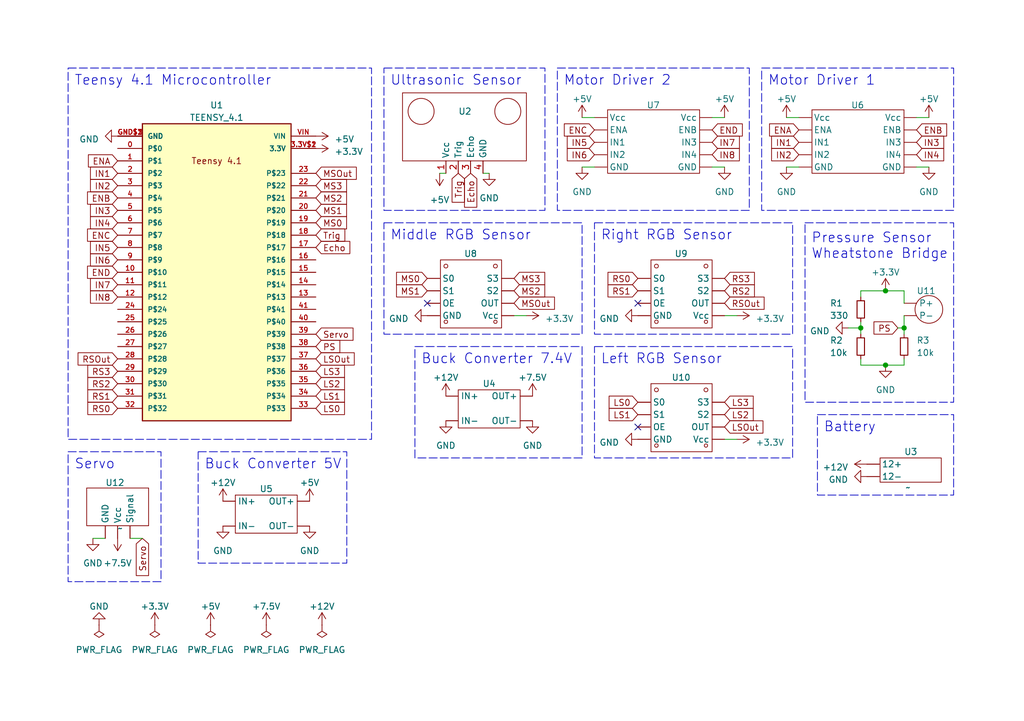
<source format=kicad_sch>
(kicad_sch (version 20230121) (generator eeschema)
  (paper "A5")
  (title_block (title "Integration Wiring Diagram") (date "2023-05-18") (rev "1.0") (company "University of Denver"))
  (lib_symbols
    (symbol "Device:R_Small" (pin_numbers hide) (pin_names (offset 0.254) hide)
      (property "Reference" "R" (at 0.762 0.508 0))
      (property "Value" "R_Small" (at 0.762 -1.016 0))
      (symbol "R_Small_0_1"
        (rectangle (start -0.762 1.778) (end 0.762 -1.778) (stroke (width 0.2032)))
      )
      (symbol "R_Small_1_1"
        (pin passive line (at 0 2.54 270) (length 0.762) (name "~") (number "1"))
        (pin passive line (at 0 -2.54 90) (length 0.762) (name "~") (number "2"))
      )
    )
    (symbol "Integration:Battery"
      (property "Reference" "U" (at 0 0 0))
      (symbol "Battery_0_1"
        (rectangle (start -6.1976 6.35) (end 6.35 1.3716))
      )
      (symbol "Battery_1_1"
        (pin input line (at -8.89 5.08 0) (length 2.54) (name "12+") (number ""))
        (pin input line (at -8.89 2.54 0) (length 2.54) (name "12-") (number ""))
      )
    )
    (symbol "Integration:Buck Converter"
      (property "Reference" "U" (at 0 -1.27 0))
      (symbol "Buck Converter_0_1"
        (rectangle (start -6.35 7.62) (end 6.35 -0.2032))
      )
      (symbol "Buck Converter_1_1"
        (pin input line (at -8.89 6.35 0) (length 2.54) (name "IN+") (number ""))
        (pin input line (at -8.89 1.27 0) (length 2.54) (name "IN-") (number ""))
        (pin input line (at 8.89 6.35 180) (length 2.54) (name "OUT+") (number ""))
        (pin input line (at 8.89 1.27 180) (length 2.54) (name "OUT-") (number ""))
      )
    )
    (symbol "Integration:Motor Driver"
      (property "Reference" "U" (at 0 -2.54 0))
      (symbol "Motor Driver_0_1"
        (rectangle (start -10.0076 11.7602) (end 8.8646 -1.27))
      )
      (symbol "Motor Driver_1_1"
        (pin input line (at -12.7 7.62 0) (length 2.54) (name "ENA") (number ""))
        (pin input line (at 11.43 7.62 180) (length 2.54) (name "ENB") (number ""))
        (pin input line (at -12.7 0 0) (length 2.54) (name "GND") (number ""))
        (pin input line (at 11.43 0 180) (length 2.54) (name "GND") (number ""))
        (pin input line (at -12.7 5.08 0) (length 2.54) (name "IN1") (number ""))
        (pin input line (at -12.7 2.54 0) (length 2.54) (name "IN2") (number ""))
        (pin input line (at 11.43 5.08 180) (length 2.54) (name "IN3") (number ""))
        (pin input line (at 11.43 2.54 180) (length 2.54) (name "IN4") (number ""))
        (pin input line (at -12.7 10.16 0) (length 2.54) (name "Vcc") (number ""))
        (pin input line (at 11.43 10.16 180) (length 2.54) (name "Vcc") (number ""))
      )
    )
    (symbol "Integration:Pressure Sensor"
      (property "Reference" "U" (at 0 8.89 0))
      (symbol "Pressure Sensor_0_1"
        (circle (center 0 5.08) (radius 2.8398))
      )
      (symbol "Pressure Sensor_1_1"
        (pin input line (at -1.27 0 90) (length 2.54) (name "P+") (number ""))
        (pin input line (at 1.27 0 90) (length 2.54) (name "P-") (number ""))
      )
    )
    (symbol "Integration:RGB"
      (property "Reference" "U" (at 0 -3.81 0))
      (property "Value" "RGB" (at 0 12.7 0))
      (symbol "RGB_0_1"
        (rectangle (start -6.1976 11.43) (end 6.35 -2.54))
        (circle (center -5.08 -1.27) (radius 0.361))
        (circle (center -5.08 10.16) (radius 0.3968))
        (circle (center 5.08 -1.27) (radius 0.3408))
        (circle (center 5.08 10.16) (radius 0.3976))
      )
      (symbol "RGB_1_1"
        (pin input line (at -8.89 0 0) (length 2.54) (name "GND") (number ""))
        (pin input line (at -8.89 2.54 0) (length 2.54) (name "OE") (number ""))
        (pin input line (at 8.89 2.54 180) (length 2.54) (name "OUT") (number ""))
        (pin input line (at -8.89 7.62 0) (length 2.54) (name "S0") (number ""))
        (pin input line (at -8.89 5.08 0) (length 2.54) (name "S1") (number ""))
        (pin input line (at 8.89 5.08 180) (length 2.54) (name "S2") (number ""))
        (pin input line (at 8.89 7.62 180) (length 2.54) (name "S3") (number ""))
        (pin input line (at 8.89 0 180) (length 2.54) (name "Vcc") (number ""))
      )
    )
    (symbol "Integration:Servo"
      (property "Reference" "U" (at 0 10.16 0))
      (symbol "Servo_0_1"
        (rectangle (start -6.35 9.0678) (end 6.35 1.3208))
      )
      (symbol "Servo_1_1"
        (pin input line (at -2.54 -1.27 90) (length 2.54) (name "GND") (number ""))
        (pin input line (at 2.54 -1.27 90) (length 2.54) (name "Signal") (number ""))
        (pin input line (at 0 -1.27 90) (length 2.54) (name "Vcc") (number ""))
      )
    )
    (symbol "Integration:Ultrasonic"
      (property "Reference" "U" (at -0.6604 -1.3716 0))
      (property "Value" "Ultrasonic" (at -0.5588 22.352 0))
      (symbol "Ultrasonic_0_1"
        (rectangle (start -12.7 20.32) (end 12.7 6.35))
        (circle (center -8.89 16.51) (radius 2.67))
        (circle (center 8.89 16.51) (radius 2.67))
      )
      (symbol "Ultrasonic_1_1"
        (pin input line (at -3.81 3.81 90) (length 2.54) (name "Vcc") (number "1"))
        (pin input line (at -1.27 3.81 90) (length 2.54) (name "Trig") (number "2"))
        (pin input line (at 1.27 3.81 90) (length 2.54) (name "Echo") (number "3"))
        (pin input line (at 3.81 3.81 90) (length 2.54) (name "GND") (number "4"))
      )
    )
    (symbol "Teensy 4.1:TEENSY_4.1" (pin_names (offset 1.016))
      (property "Reference" "U" (at 0 -63.5 0))
      (property "Value" "TEENSY_4.1" (at 0 0 0))
      (symbol "TEENSY_4.1_0_0"
        (rectangle (start 0 -60.96) (end 30.48 0) (stroke (width 0.254)) (fill (type background)))
        (text "Teensy 4.1" (at 15.24 -7.62 0) (effects (font (size 1.27 1.27))))
        (pin bidirectional line (at -5.08 -5.08 0) (length 5.08) (name "P$0") (number "0"))
        (pin bidirectional line (at -5.08 -7.62 0) (length 5.08) (name "P$1") (number "1"))
        (pin bidirectional line (at -5.08 -30.48 0) (length 5.08) (name "P$10") (number "10"))
        (pin bidirectional line (at -5.08 -33.02 0) (length 5.08) (name "P$11") (number "11"))
        (pin bidirectional line (at -5.08 -35.56 0) (length 5.08) (name "P$12") (number "12"))
        (pin bidirectional line (at 35.56 -35.56 180) (length 5.08) (name "P$13") (number "13"))
        (pin bidirectional line (at 35.56 -33.02 180) (length 5.08) (name "P$14") (number "14"))
        (pin bidirectional line (at 35.56 -30.48 180) (length 5.08) (name "P$15") (number "15"))
        (pin bidirectional line (at 35.56 -27.94 180) (length 5.08) (name "P$16") (number "16"))
        (pin bidirectional line (at 35.56 -25.4 180) (length 5.08) (name "P$17") (number "17"))
        (pin bidirectional line (at 35.56 -22.86 180) (length 5.08) (name "P$18") (number "18"))
        (pin bidirectional line (at 35.56 -20.32 180) (length 5.08) (name "P$19") (number "19"))
        (pin bidirectional line (at -5.08 -10.16 0) (length 5.08) (name "P$2") (number "2"))
        (pin bidirectional line (at 35.56 -17.78 180) (length 5.08) (name "P$20") (number "20"))
        (pin bidirectional line (at 35.56 -15.24 180) (length 5.08) (name "P$21") (number "21"))
        (pin bidirectional line (at 35.56 -12.7 180) (length 5.08) (name "P$22") (number "22"))
        (pin bidirectional line (at 35.56 -10.16 180) (length 5.08) (name "P$23") (number "23"))
        (pin bidirectional line (at -5.08 -38.1 0) (length 5.08) (name "P$24") (number "24"))
        (pin bidirectional line (at -5.08 -40.64 0) (length 5.08) (name "P$25") (number "25"))
        (pin bidirectional line (at -5.08 -43.18 0) (length 5.08) (name "P$26") (number "26"))
        (pin bidirectional line (at -5.08 -45.72 0) (length 5.08) (name "P$27") (number "27"))
        (pin bidirectional line (at -5.08 -48.26 0) (length 5.08) (name "P$28") (number "28"))
        (pin bidirectional line (at -5.08 -50.8 0) (length 5.08) (name "P$29") (number "29"))
        (pin bidirectional line (at -5.08 -12.7 0) (length 5.08) (name "P$3") (number "3"))
        (pin power_in line (at 35.56 -5.08 180) (length 5.08) (name "3.3V") (number "3.3V$1"))
        (pin power_in line (at 35.56 -5.08 180) (length 5.08) (name "3.3V") (number "3.3V$2"))
        (pin bidirectional line (at -5.08 -53.34 0) (length 5.08) (name "P$30") (number "30"))
        (pin bidirectional line (at -5.08 -55.88 0) (length 5.08) (name "P$31") (number "31"))
        (pin bidirectional line (at -5.08 -58.42 0) (length 5.08) (name "P$32") (number "32"))
        (pin bidirectional line (at 35.56 -58.42 180) (length 5.08) (name "P$33") (number "33"))
        (pin bidirectional line (at 35.56 -55.88 180) (length 5.08) (name "P$34") (number "34"))
        (pin bidirectional line (at 35.56 -53.34 180) (length 5.08) (name "P$35") (number "35"))
        (pin bidirectional line (at 35.56 -50.8 180) (length 5.08) (name "P$36") (number "36"))
        (pin bidirectional line (at 35.56 -48.26 180) (length 5.08) (name "P$37") (number "37"))
        (pin bidirectional line (at 35.56 -45.72 180) (length 5.08) (name "P$38") (number "38"))
        (pin bidirectional line (at 35.56 -43.18 180) (length 5.08) (name "P$39") (number "39"))
        (pin bidirectional line (at -5.08 -15.24 0) (length 5.08) (name "P$4") (number "4"))
        (pin bidirectional line (at 35.56 -40.64 180) (length 5.08) (name "P$40") (number "40"))
        (pin bidirectional line (at 35.56 -38.1 180) (length 5.08) (name "P$41") (number "41"))
        (pin bidirectional line (at -5.08 -17.78 0) (length 5.08) (name "P$5") (number "5"))
        (pin bidirectional line (at -5.08 -20.32 0) (length 5.08) (name "P$6") (number "6"))
        (pin bidirectional line (at -5.08 -22.86 0) (length 5.08) (name "P$7") (number "7"))
        (pin bidirectional line (at -5.08 -25.4 0) (length 5.08) (name "P$8") (number "8"))
        (pin bidirectional line (at -5.08 -27.94 0) (length 5.08) (name "P$9") (number "9"))
        (pin power_in line (at -5.08 -2.54 0) (length 5.08) (name "GND") (number "GND$1"))
        (pin power_in line (at -5.08 -2.54 0) (length 5.08) (name "GND") (number "GND$2"))
        (pin power_in line (at -5.08 -2.54 0) (length 5.08) (name "GND") (number "GND$3"))
        (pin power_in line (at 35.56 -2.54 180) (length 5.08) (name "VIN") (number "VIN"))
      )
    )
    (symbol "power:+12V" (power) (pin_names (offset 0))
      (property "Value" "+12V" (at 0 3.556 0))
      (symbol "+12V_0_1"
        (polyline (pts (xy -0.762 1.27) (xy 0 2.54)))
        (polyline (pts (xy 0 0) (xy 0 2.54)))
        (polyline (pts (xy 0 2.54) (xy 0.762 1.27)))
      )
      (symbol "+12V_1_1"
        (pin power_in line (at 0 0 90) (length 0) hide (name "+12V") (number "1"))
      )
    )
    (symbol "power:+3.3V" (power) (pin_names (offset 0))
      (property "Value" "+3.3V" (at 0 3.556 0))
      (symbol "+3.3V_0_1"
        (polyline (pts (xy -0.762 1.27) (xy 0 2.54)))
        (polyline (pts (xy 0 0) (xy 0 2.54)))
        (polyline (pts (xy 0 2.54) (xy 0.762 1.27)))
      )
      (symbol "+3.3V_1_1"
        (pin power_in line (at 0 0 90) (length 0) hide (name "+3.3V") (number "1"))
      )
    )
    (symbol "power:+5V" (power) (pin_names (offset 0))
      (property "Value" "+5V" (at 0 3.556 0))
      (symbol "+5V_0_1"
        (polyline (pts (xy -0.762 1.27) (xy 0 2.54)))
        (polyline (pts (xy 0 0) (xy 0 2.54)))
        (polyline (pts (xy 0 2.54) (xy 0.762 1.27)))
      )
      (symbol "+5V_1_1"
        (pin power_in line (at 0 0 90) (length 0) hide (name "+5V") (number "1"))
      )
    )
    (symbol "power:+7.5V" (power) (pin_names (offset 0))
      (property "Value" "+7.5V" (at 0 3.556 0))
      (symbol "+7.5V_0_1"
        (polyline (pts (xy -0.762 1.27) (xy 0 2.54)))
        (polyline (pts (xy 0 0) (xy 0 2.54)))
        (polyline (pts (xy 0 2.54) (xy 0.762 1.27)))
      )
      (symbol "+7.5V_1_1"
        (pin power_in line (at 0 0 90) (length 0) hide (name "+7.5V") (number "1"))
      )
    )
    (symbol "power:GND" (power) (pin_names (offset 0))
      (property "Value" "GND" (at 0 -3.81 0))
      (symbol "GND_0_1"
        (polyline (pts (xy 0 0) (xy 0 -1.27) (xy 1.27 -1.27) (xy 0 -2.54) (xy -1.27 -1.27) (xy 0 -1.27)))
      )
      (symbol "GND_1_1"
        (pin power_in line (at 0 0 270) (length 0) hide (name "GND") (number "1"))
      )
    )
    (symbol "power:PWR_FLAG" (power) (pin_numbers hide) (pin_names (offset 0) hide)
      (property "Value" "PWR_FLAG" (at 0 3.81 0))
      (symbol "PWR_FLAG_0_0"
        (pin power_out line (at 0 0 90) (length 0) (name "pwr") (number "1"))
      )
      (symbol "PWR_FLAG_0_1"
        (polyline (pts (xy 0 0) (xy 0 1.27) (xy -1.016 1.905) (xy 0 2.54) (xy 1.016 1.905) (xy 0 1.27)))
      )
    )
  )
  (junction (at 176.53 67.31))
  (junction (at 181.61 74.93))
  (junction (at 181.61 59.69))
  (junction (at 185.42 67.31))
  (no_connect (at 87.63 62.23))
  (no_connect (at 130.81 62.23))
  (no_connect (at 130.81 87.63))
  (wire (pts (xy 151.13 64.77) (xy 148.59 64.77)))
  (wire (pts (xy 176.53 59.69) (xy 181.61 59.69)))
  (wire (pts (xy 173.99 67.31) (xy 176.53 67.31)))
  (wire (pts (xy 100.33 35.56) (xy 99.06 35.56)))
  (wire (pts (xy 185.42 67.31) (xy 185.42 68.58)))
  (wire (pts (xy 29.21 110.49) (xy 26.67 110.49)))
  (wire (pts (xy 181.61 59.69) (xy 185.42 59.69)))
  (wire (pts (xy 119.38 34.29) (xy 121.92 34.29)))
  (wire (pts (xy 19.05 110.49) (xy 21.59 110.49)))
  (wire (pts (xy 107.95 64.77) (xy 105.41 64.77)))
  (wire (pts (xy 90.17 35.56) (xy 91.44 35.56)))
  (wire (pts (xy 184.15 67.31) (xy 185.42 67.31)))
  (wire (pts (xy 176.53 74.93) (xy 176.53 73.66)))
  (wire (pts (xy 190.5 34.29) (xy 187.96 34.29)))
  (wire (pts (xy 176.53 74.93) (xy 181.61 74.93)))
  (wire (pts (xy 161.29 24.13) (xy 163.83 24.13)))
  (wire (pts (xy 148.59 24.13) (xy 146.05 24.13)))
  (wire (pts (xy 176.53 60.96) (xy 176.53 59.69)))
  (wire (pts (xy 176.53 66.04) (xy 176.53 67.31)))
  (wire (pts (xy 148.59 34.29) (xy 146.05 34.29)))
  (wire (pts (xy 185.42 64.77) (xy 185.42 67.31)))
  (wire (pts (xy 185.42 59.69) (xy 185.42 62.23)))
  (wire (pts (xy 181.61 74.93) (xy 185.42 74.93)))
  (wire (pts (xy 161.29 34.29) (xy 163.83 34.29)))
  (wire (pts (xy 185.42 74.93) (xy 185.42 73.66)))
  (wire (pts (xy 119.38 24.13) (xy 121.92 24.13)))
  (wire (pts (xy 151.13 90.17) (xy 148.59 90.17)))
  (wire (pts (xy 176.53 67.31) (xy 176.53 68.58)))
  (wire (pts (xy 190.5 24.13) (xy 187.96 24.13)))
  (rectangle (start 165.1 45.72) (end 195.58 82.55) (stroke (width 0) (type dash)))
  (rectangle (start 13.97 92.71) (end 33.02 119.38) (stroke (width 0) (type dash)))
  (rectangle (start 78.74 13.97) (end 111.76 43.18) (stroke (width 0) (type dash)))
  (rectangle (start 156.21 13.97) (end 195.58 43.18) (stroke (width 0) (type dash)))
  (rectangle (start 13.97 13.97) (end 76.2 90.17) (stroke (width 0) (type dash)))
  (rectangle (start 121.92 71.12) (end 162.56 93.98) (stroke (width 0) (type dash)))
  (rectangle (start 167.64 85.09) (end 195.58 101.6) (stroke (width 0) (type dash)))
  (rectangle (start 40.64 92.71) (end 71.12 115.57) (stroke (width 0) (type dash)))
  (rectangle (start 121.92 45.72) (end 162.56 68.58) (stroke (width 0) (type dash)))
  (rectangle (start 85.09 71.12) (end 119.38 93.98) (stroke (width 0) (type dash)))
  (rectangle (start 114.3 13.97) (end 153.67 43.18) (stroke (width 0) (type dash)))
  (rectangle (start 78.74 45.72) (end 119.38 68.58) (stroke (width 0) (type dash)))
  (text "Motor Driver 1" (at 157.48 17.78 0) (effects (font (size 2 2)) (justify left bottom)))
  (text "Buck Converter 5V" (at 41.91 96.52 0) (effects (font (size 2 2)) (justify left bottom)))
  (text "Right RGB Sensor" (at 123.19 49.53 0) (effects (font (size 2 2)) (justify left bottom)))
  (text "Middle RGB Sensor" (at 80.01 49.53 0) (effects (font (size 2 2)) (justify left bottom)))
  (text "Ultrasonic Sensor" (at 80.01 17.78 0) (effects (font (size 2 2)) (justify left bottom)))
  (text "Servo" (at 15.24 96.52 0) (effects (font (size 2 2)) (justify left bottom)))
  (text "Battery" (at 168.91 88.9 0) (effects (font (size 2 2)) (justify left bottom)))
  (text "Left RGB Sensor" (at 123.19 74.93 0) (effects (font (size 2 2)) (justify left bottom)))
  (text "Buck Converter 7.4V" (at 86.36 74.93 0) (effects (font (size 2 2)) (justify left bottom)))
  (text "Teensy 4.1 Microcontroller" (at 15.24 17.78 0) (effects (font (size 2 2)) (justify left bottom)))
  (text "Pressure Sensor\nWheatstone Bridge" (at 166.37 53.34 0) (effects (font (size 2 2)) (justify left bottom)))
  (text "Motor Driver 2" (at 115.57 17.78 0) (effects (font (size 2 2)) (justify left bottom)))
  (global_label "MS1" (shape input) (at 64.77 43.18 0) (property "Intersheetrefs" "${INTERSHEET_REFS}" (effects hide)))
  (global_label "IN3" (shape input) (at 187.96 29.21 0) (property "Intersheetrefs" "${INTERSHEET_REFS}" (effects hide)))
  (global_label "MS3" (shape input) (at 105.41 57.15 0) (property "Intersheetrefs" "${INTERSHEET_REFS}" (effects hide)))
  (global_label "Echo" (shape input) (at 64.77 50.8 0) (property "Intersheetrefs" "${INTERSHEET_REFS}" (effects hide)))
  (global_label "MSOut" (shape input) (at 64.77 35.56 0) (property "Intersheetrefs" "${INTERSHEET_REFS}" (effects hide)))
  (global_label "IN5" (shape input) (at 24.13 50.8 180) (property "Intersheetrefs" "${INTERSHEET_REFS}" (effects hide)))
  (global_label "RS0" (shape input) (at 130.81 57.15 180) (property "Intersheetrefs" "${INTERSHEET_REFS}" (effects hide)))
  (global_label "IN8" (shape input) (at 146.05 31.75 0) (property "Intersheetrefs" "${INTERSHEET_REFS}" (effects hide)))
  (global_label "MS2" (shape input) (at 105.41 59.69 0) (property "Intersheetrefs" "${INTERSHEET_REFS}" (effects hide)))
  (global_label "IN1" (shape input) (at 24.13 35.56 180) (property "Intersheetrefs" "${INTERSHEET_REFS}" (effects hide)))
  (global_label "RS0" (shape input) (at 24.13 83.82 180) (property "Intersheetrefs" "${INTERSHEET_REFS}" (effects hide)))
  (global_label "LS1" (shape input) (at 130.81 85.09 180) (property "Intersheetrefs" "${INTERSHEET_REFS}" (effects hide)))
  (global_label "IN4" (shape input) (at 187.96 31.75 0) (property "Intersheetrefs" "${INTERSHEET_REFS}" (effects hide)))
  (global_label "IN6" (shape input) (at 121.92 31.75 180) (property "Intersheetrefs" "${INTERSHEET_REFS}" (effects hide)))
  (global_label "RS2" (shape input) (at 24.13 78.74 180) (property "Intersheetrefs" "${INTERSHEET_REFS}" (effects hide)))
  (global_label "RS3" (shape input) (at 24.13 76.2 180) (property "Intersheetrefs" "${INTERSHEET_REFS}" (effects hide)))
  (global_label "PS" (shape input) (at 64.77 71.12 0) (property "Intersheetrefs" "${INTERSHEET_REFS}" (effects hide)))
  (global_label "MSOut" (shape input) (at 105.41 62.23 0) (property "Intersheetrefs" "${INTERSHEET_REFS}" (effects hide)))
  (global_label "IN7" (shape input) (at 24.13 58.42 180) (property "Intersheetrefs" "${INTERSHEET_REFS}" (effects hide)))
  (global_label "RSOut" (shape input) (at 24.13 73.66 180) (property "Intersheetrefs" "${INTERSHEET_REFS}" (effects hide)))
  (global_label "LS3" (shape input) (at 64.77 76.2 0) (property "Intersheetrefs" "${INTERSHEET_REFS}" (effects hide)))
  (global_label "MS2" (shape input) (at 64.77 40.64 0) (property "Intersheetrefs" "${INTERSHEET_REFS}" (effects hide)))
  (global_label "END" (shape input) (at 146.05 26.67 0) (property "Intersheetrefs" "${INTERSHEET_REFS}" (effects hide)))
  (global_label "MS0" (shape input) (at 64.77 45.72 0) (property "Intersheetrefs" "${INTERSHEET_REFS}" (effects hide)))
  (global_label "IN4" (shape input) (at 24.13 45.72 180) (property "Intersheetrefs" "${INTERSHEET_REFS}" (effects hide)))
  (global_label "MS3" (shape input) (at 64.77 38.1 0) (property "Intersheetrefs" "${INTERSHEET_REFS}" (effects hide)))
  (global_label "ENB" (shape input) (at 24.13 40.64 180) (property "Intersheetrefs" "${INTERSHEET_REFS}" (effects hide)))
  (global_label "RS3" (shape input) (at 148.59 57.15 0) (property "Intersheetrefs" "${INTERSHEET_REFS}" (effects hide)))
  (global_label "LS1" (shape input) (at 64.77 81.28 0) (property "Intersheetrefs" "${INTERSHEET_REFS}" (effects hide)))
  (global_label "RS1" (shape input) (at 24.13 81.28 180) (property "Intersheetrefs" "${INTERSHEET_REFS}" (effects hide)))
  (global_label "ENC" (shape input) (at 121.92 26.67 180) (property "Intersheetrefs" "${INTERSHEET_REFS}" (effects hide)))
  (global_label "IN2" (shape input) (at 24.13 38.1 180) (property "Intersheetrefs" "${INTERSHEET_REFS}" (effects hide)))
  (global_label "IN8" (shape input) (at 24.13 60.96 180) (property "Intersheetrefs" "${INTERSHEET_REFS}" (effects hide)))
  (global_label "PS" (shape input) (at 184.15 67.31 180) (property "Intersheetrefs" "${INTERSHEET_REFS}" (effects hide)))
  (global_label "LSOut" (shape input) (at 64.77 73.66 0) (property "Intersheetrefs" "${INTERSHEET_REFS}" (effects hide)))
  (global_label "END" (shape input) (at 24.13 55.88 180) (property "Intersheetrefs" "${INTERSHEET_REFS}" (effects hide)))
  (global_label "Trig" (shape input) (at 93.98 35.56 270) (property "Intersheetrefs" "${INTERSHEET_REFS}" (effects hide)))
  (global_label "ENC" (shape input) (at 24.13 48.26 180) (property "Intersheetrefs" "${INTERSHEET_REFS}" (effects hide)))
  (global_label "IN5" (shape input) (at 121.92 29.21 180) (property "Intersheetrefs" "${INTERSHEET_REFS}" (effects hide)))
  (global_label "IN1" (shape input) (at 163.83 29.21 180) (property "Intersheetrefs" "${INTERSHEET_REFS}" (effects hide)))
  (global_label "Trig" (shape input) (at 64.77 48.26 0) (property "Intersheetrefs" "${INTERSHEET_REFS}" (effects hide)))
  (global_label "LS2" (shape input) (at 64.77 78.74 0) (property "Intersheetrefs" "${INTERSHEET_REFS}" (effects hide)))
  (global_label "Servo" (shape input) (at 64.77 68.58 0) (property "Intersheetrefs" "${INTERSHEET_REFS}" (effects hide)))
  (global_label "LSOut" (shape input) (at 148.59 87.63 0) (property "Intersheetrefs" "${INTERSHEET_REFS}" (effects hide)))
  (global_label "Servo" (shape input) (at 29.21 110.49 270) (property "Intersheetrefs" "${INTERSHEET_REFS}" (effects hide)))
  (global_label "RS1" (shape input) (at 130.81 59.69 180) (property "Intersheetrefs" "${INTERSHEET_REFS}" (effects hide)))
  (global_label "MS0" (shape input) (at 87.63 57.15 180) (property "Intersheetrefs" "${INTERSHEET_REFS}" (effects hide)))
  (global_label "IN3" (shape input) (at 24.13 43.18 180) (property "Intersheetrefs" "${INTERSHEET_REFS}" (effects hide)))
  (global_label "Echo" (shape input) (at 96.52 35.56 270) (property "Intersheetrefs" "${INTERSHEET_REFS}" (effects hide)))
  (global_label "RS2" (shape input) (at 148.59 59.69 0) (property "Intersheetrefs" "${INTERSHEET_REFS}" (effects hide)))
  (global_label "LS2" (shape input) (at 148.59 85.09 0) (property "Intersheetrefs" "${INTERSHEET_REFS}" (effects hide)))
  (global_label "LS3" (shape input) (at 148.59 82.55 0) (property "Intersheetrefs" "${INTERSHEET_REFS}" (effects hide)))
  (global_label "MS1" (shape input) (at 87.63 59.69 180) (property "Intersheetrefs" "${INTERSHEET_REFS}" (effects hide)))
  (global_label "ENA" (shape input) (at 163.83 26.67 180) (property "Intersheetrefs" "${INTERSHEET_REFS}" (effects hide)))
  (global_label "RSOut" (shape input) (at 148.59 62.23 0) (property "Intersheetrefs" "${INTERSHEET_REFS}" (effects hide)))
  (global_label "IN2" (shape input) (at 163.83 31.75 180) (property "Intersheetrefs" "${INTERSHEET_REFS}" (effects hide)))
  (global_label "LS0" (shape input) (at 130.81 82.55 180) (property "Intersheetrefs" "${INTERSHEET_REFS}" (effects hide)))
  (global_label "ENB" (shape input) (at 187.96 26.67 0) (property "Intersheetrefs" "${INTERSHEET_REFS}" (effects hide)))
  (global_label "LS0" (shape input) (at 64.77 83.82 0) (property "Intersheetrefs" "${INTERSHEET_REFS}" (effects hide)))
  (global_label "IN7" (shape input) (at 146.05 29.21 0) (property "Intersheetrefs" "${INTERSHEET_REFS}" (effects hide)))
  (global_label "ENA" (shape input) (at 24.13 33.02 180) (property "Intersheetrefs" "${INTERSHEET_REFS}" (effects hide)))
  (global_label "IN6" (shape input) (at 24.13 53.34 180) (property "Intersheetrefs" "${INTERSHEET_REFS}" (effects hide)))
  (symbol (lib_id "power:PWR_FLAG") (at 20.32 128.27 180) (unit 1)
    (property "Reference" "#FLG03" (effects hide))
    (property "Value" "PWR_FLAG" (at 20.32 133.35 0))
  )
  (symbol (lib_id "Integration:Pressure Sensor") (at 185.42 63.5 270) (unit 1)
    (property "Reference" "U11" (at 187.96 59.69 90) (effects (justify left)))
    (property "Value" "Pressure Sensor" (effects hide))
  )
  (symbol (lib_id "Integration:RGB") (at 96.52 64.77 0) (unit 1)
    (property "Reference" "U8" (at 96.52 52.07 0))
    (property "Value" "RGB" (effects hide))
  )
  (symbol (lib_id "Teensy 4.1:TEENSY_4.1") (at 29.21 25.4 0) (unit 1)
    (property "Reference" "U1" (at 44.45 21.59 0))
    (property "Value" "TEENSY_4.1" (at 44.45 24.13 0))
    (property "Footprint" "TEENSY_4.1" (effects hide))
  )
  (symbol (lib_id "power:+7.5V") (at 24.13 110.49 180) (unit 1)
    (property "Reference" "#PWR039" (effects hide))
    (property "Value" "+7.5V" (at 24.13 115.57 0))
  )
  (symbol (lib_id "power:+5V") (at 190.5 24.13 0) (unit 1)
    (property "Reference" "#PWR024" (effects hide))
    (property "Value" "+5V" (at 190.5 20.32 0))
  )
  (symbol (lib_id "power:GND") (at 19.05 110.49 0) (unit 1)
    (property "Reference" "#PWR038" (effects hide))
    (property "Value" "GND" (at 19.05 115.57 0))
  )
  (symbol (lib_id "power:+5V") (at 90.17 35.56 180) (unit 1)
    (property "Reference" "#PWR08" (effects hide))
    (property "Value" "+5V" (at 90.17 41.021 0))
  )
  (symbol (lib_id "power:GND") (at 148.59 34.29 0) (unit 1)
    (property "Reference" "#PWR028" (effects hide))
    (property "Value" "GND" (at 148.59 39.37 0))
  )
  (symbol (lib_id "power:GND") (at 20.32 128.27 180) (unit 1)
    (property "Reference" "#PWR03" (effects hide))
    (property "Value" "GND" (at 20.32 124.46 0))
  )
  (symbol (lib_id "Integration:RGB") (at 139.7 90.17 0) (unit 1)
    (property "Reference" "U10" (at 139.7 77.47 0))
    (property "Value" "RGB" (effects hide))
  )
  (symbol (lib_id "power:+5V") (at 64.77 27.94 270) (unit 1)
    (property "Reference" "#PWR05" (effects hide))
    (property "Value" "+5V" (at 68.58 28.575 90) (effects (justify left)))
  )
  (symbol (lib_id "Integration:Buck Converter") (at 100.33 87.63 0) (unit 1)
    (property "Reference" "U4" (at 100.33 78.74 0))
    (property "Value" "Buck Converter" (effects hide))
  )
  (symbol (lib_id "power:+3.3V") (at 64.77 30.48 270) (unit 1)
    (property "Reference" "#PWR020" (effects hide))
    (property "Value" "+3.3V" (at 68.58 31.115 90) (effects (justify left)))
  )
  (symbol (lib_id "power:+5V") (at 148.59 24.13 0) (unit 1)
    (property "Reference" "#PWR027" (effects hide))
    (property "Value" "+5V" (at 148.59 20.32 0))
  )
  (symbol (lib_id "power:+7.5V") (at 109.22 81.28 0) (unit 1)
    (property "Reference" "#PWR016" (effects hide))
    (property "Value" "+7.5V" (at 109.22 77.47 0))
  )
  (symbol (lib_id "Device:R_Small") (at 176.53 63.5 0) (unit 1)
    (property "Reference" "R1" (at 170.18 62.23 0) (effects (justify left)))
    (property "Value" "330" (at 170.18 64.77 0) (effects (justify left)))
  )
  (symbol (lib_id "Integration:Motor Driver") (at 134.62 34.29 0) (unit 1)
    (property "Reference" "U7" (at 133.985 21.59 0))
    (property "Value" "Motor Driver" (effects hide))
  )
  (symbol (lib_id "power:GND") (at 45.72 107.95 0) (unit 1)
    (property "Reference" "#PWR014" (effects hide))
    (property "Value" "GND" (at 45.72 113.03 0))
  )
  (symbol (lib_id "power:GND") (at 119.38 34.29 0) (unit 1)
    (property "Reference" "#PWR026" (effects hide))
    (property "Value" "GND" (at 119.38 39.37 0))
  )
  (symbol (lib_id "power:+3.3V") (at 31.75 128.27 0) (unit 1)
    (property "Reference" "#PWR02" (effects hide))
    (property "Value" "+3.3V" (at 31.75 124.46 0))
  )
  (symbol (lib_id "power:GND") (at 181.61 74.93 0) (unit 1)
    (property "Reference" "#PWR036" (effects hide))
    (property "Value" "GND" (at 181.61 80.01 0))
  )
  (symbol (lib_id "power:PWR_FLAG") (at 31.75 128.27 180) (unit 1)
    (property "Reference" "#FLG02" (effects hide))
    (property "Value" "PWR_FLAG" (at 31.75 133.35 0))
  )
  (symbol (lib_id "power:GND") (at 130.81 64.77 270) (unit 1)
    (property "Reference" "#PWR031" (effects hide))
    (property "Value" "GND" (at 127 65.405 90) (effects (justify right)))
  )
  (symbol (lib_id "Integration:Battery") (at 186.69 100.33 0) (unit 1)
    (property "Reference" "U3" (at 185.42 92.71 0) (effects (justify left)))
    (property "Value" "~" (at 186.2328 100.0506 0))
  )
  (symbol (lib_id "Device:R_Small") (at 176.53 71.12 0) (unit 1)
    (property "Reference" "R2" (at 170.18 69.85 0) (effects (justify left)))
    (property "Value" "10k" (at 170.18 72.39 0) (effects (justify left)))
  )
  (symbol (lib_id "power:GND") (at 100.33 35.56 0) (unit 1)
    (property "Reference" "#PWR09" (effects hide))
    (property "Value" "GND" (at 100.33 40.64 0))
  )
  (symbol (lib_id "Device:R_Small") (at 185.42 71.12 0) (unit 1)
    (property "Reference" "R3" (at 187.96 69.85 0) (effects (justify left)))
    (property "Value" "10k" (at 187.96 72.39 0) (effects (justify left)))
  )
  (symbol (lib_id "power:+12V") (at 66.04 128.27 0) (unit 1)
    (property "Reference" "#PWR06" (effects hide))
    (property "Value" "+12V" (at 66.04 124.46 0))
  )
  (symbol (lib_id "Integration:Ultrasonic") (at 95.25 39.37 0) (unit 1)
    (property "Reference" "U2" (at 93.98 22.86 0) (effects (justify left)))
    (property "Value" "Ultrasonic" (effects hide))
  )
  (symbol (lib_id "Integration:Buck Converter") (at 54.61 109.22 0) (unit 1)
    (property "Reference" "U5" (at 54.61 100.33 0))
    (property "Value" "Buck Converter" (effects hide))
  )
  (symbol (lib_id "power:GND") (at 91.44 86.36 0) (unit 1)
    (property "Reference" "#PWR015" (effects hide))
    (property "Value" "GND" (at 91.44 91.44 0))
  )
  (symbol (lib_id "power:GND") (at 190.5 34.29 0) (unit 1)
    (property "Reference" "#PWR022" (effects hide))
    (property "Value" "GND" (at 190.5 39.37 0))
  )
  (symbol (lib_id "power:+7.5V") (at 54.61 128.27 0) (unit 1)
    (property "Reference" "#PWR07" (effects hide))
    (property "Value" "+7.5V" (at 54.61 124.46 0))
  )
  (symbol (lib_id "power:+5V") (at 63.5 102.87 0) (unit 1)
    (property "Reference" "#PWR019" (effects hide))
    (property "Value" "+5V" (at 63.5 99.06 0))
  )
  (symbol (lib_id "power:+3.3V") (at 151.13 64.77 270) (unit 1)
    (property "Reference" "#PWR032" (effects hide))
    (property "Value" "+3.3V" (at 154.94 65.405 90) (effects (justify left)))
  )
  (symbol (lib_id "power:GND") (at 161.29 34.29 0) (unit 1)
    (property "Reference" "#PWR021" (effects hide))
    (property "Value" "GND" (at 161.29 39.37 0))
  )
  (symbol (lib_id "power:+5V") (at 161.29 24.13 0) (unit 1)
    (property "Reference" "#PWR023" (effects hide))
    (property "Value" "+5V" (at 161.29 20.32 0))
  )
  (symbol (lib_id "power:+3.3V") (at 151.13 90.17 270) (unit 1)
    (property "Reference" "#PWR034" (effects hide))
    (property "Value" "+3.3V" (at 154.94 90.805 90) (effects (justify left)))
  )
  (symbol (lib_id "Integration:Servo") (at 24.13 109.22 0) (unit 1)
    (property "Reference" "U12" (at 21.59 99.06 0) (effects (justify left)))
    (property "Value" "~" (at 24.6634 108.4326 0))
  )
  (symbol (lib_id "power:GND") (at 24.13 27.94 270) (unit 1)
    (property "Reference" "#PWR04" (effects hide))
    (property "Value" "GND" (at 20.32 28.575 90) (effects (justify right)))
  )
  (symbol (lib_id "power:+5V") (at 119.38 24.13 0) (unit 1)
    (property "Reference" "#PWR025" (effects hide))
    (property "Value" "+5V" (at 119.38 20.32 0))
  )
  (symbol (lib_id "power:GND") (at 177.8 97.79 270) (unit 1)
    (property "Reference" "#PWR010" (effects hide))
    (property "Value" "GND" (at 173.99 98.425 90) (effects (justify right)))
  )
  (symbol (lib_id "power:GND") (at 130.81 90.17 270) (unit 1)
    (property "Reference" "#PWR033" (effects hide))
    (property "Value" "GND" (at 127 90.805 90) (effects (justify right)))
  )
  (symbol (lib_id "power:+3.3V") (at 107.95 64.77 270) (unit 1)
    (property "Reference" "#PWR030" (effects hide))
    (property "Value" "+3.3V" (at 111.76 65.405 90) (effects (justify left)))
  )
  (symbol (lib_id "power:PWR_FLAG") (at 43.18 128.27 180) (unit 1)
    (property "Reference" "#FLG01" (effects hide))
    (property "Value" "PWR_FLAG" (at 43.18 133.35 0))
  )
  (symbol (lib_id "power:+3.3V") (at 181.61 59.69 0) (unit 1)
    (property "Reference" "#PWR035" (effects hide))
    (property "Value" "+3.3V" (at 181.61 55.88 0))
  )
  (symbol (lib_id "Integration:Motor Driver") (at 176.53 34.29 0) (unit 1)
    (property "Reference" "U6" (at 175.895 21.59 0))
    (property "Value" "Motor Driver" (effects hide))
  )
  (symbol (lib_id "power:+12V") (at 91.44 81.28 0) (unit 1)
    (property "Reference" "#PWR012" (effects hide))
    (property "Value" "+12V" (at 91.44 77.47 0))
  )
  (symbol (lib_id "power:PWR_FLAG") (at 66.04 128.27 180) (unit 1)
    (property "Reference" "#FLG04" (effects hide))
    (property "Value" "PWR_FLAG" (at 66.04 133.35 0))
  )
  (symbol (lib_id "power:+12V") (at 177.8 95.25 90) (unit 1)
    (property "Reference" "#PWR011" (effects hide))
    (property "Value" "+12V" (at 173.99 95.885 90) (effects (justify left)))
  )
  (symbol (lib_id "power:PWR_FLAG") (at 54.61 128.27 180) (unit 1)
    (property "Reference" "#FLG05" (effects hide))
    (property "Value" "PWR_FLAG" (at 54.61 133.35 0))
  )
  (symbol (lib_id "Integration:RGB") (at 139.7 64.77 0) (unit 1)
    (property "Reference" "U9" (at 139.7 52.07 0))
    (property "Value" "RGB" (effects hide))
  )
  (symbol (lib_id "power:GND") (at 87.63 64.77 270) (unit 1)
    (property "Reference" "#PWR029" (effects hide))
    (property "Value" "GND" (at 83.82 65.405 90) (effects (justify right)))
  )
  (symbol (lib_id "power:+12V") (at 45.72 102.87 0) (unit 1)
    (property "Reference" "#PWR013" (effects hide))
    (property "Value" "+12V" (at 45.72 99.06 0))
  )
  (symbol (lib_id "power:GND") (at 63.5 107.95 0) (unit 1)
    (property "Reference" "#PWR018" (effects hide))
    (property "Value" "GND" (at 63.5 113.03 0))
  )
  (symbol (lib_id "power:GND") (at 173.99 67.31 270) (unit 1)
    (property "Reference" "#PWR037" (effects hide))
    (property "Value" "GND" (at 170.18 67.945 90) (effects (justify right)))
  )
  (symbol (lib_id "power:GND") (at 109.22 86.36 0) (unit 1)
    (property "Reference" "#PWR017" (effects hide))
    (property "Value" "GND" (at 109.22 91.44 0))
  )
  (symbol (lib_id "power:+5V") (at 43.18 128.27 0) (unit 1)
    (property "Reference" "#PWR01" (effects hide))
    (property "Value" "+5V" (at 43.18 124.46 0))
  )
)
</source>
